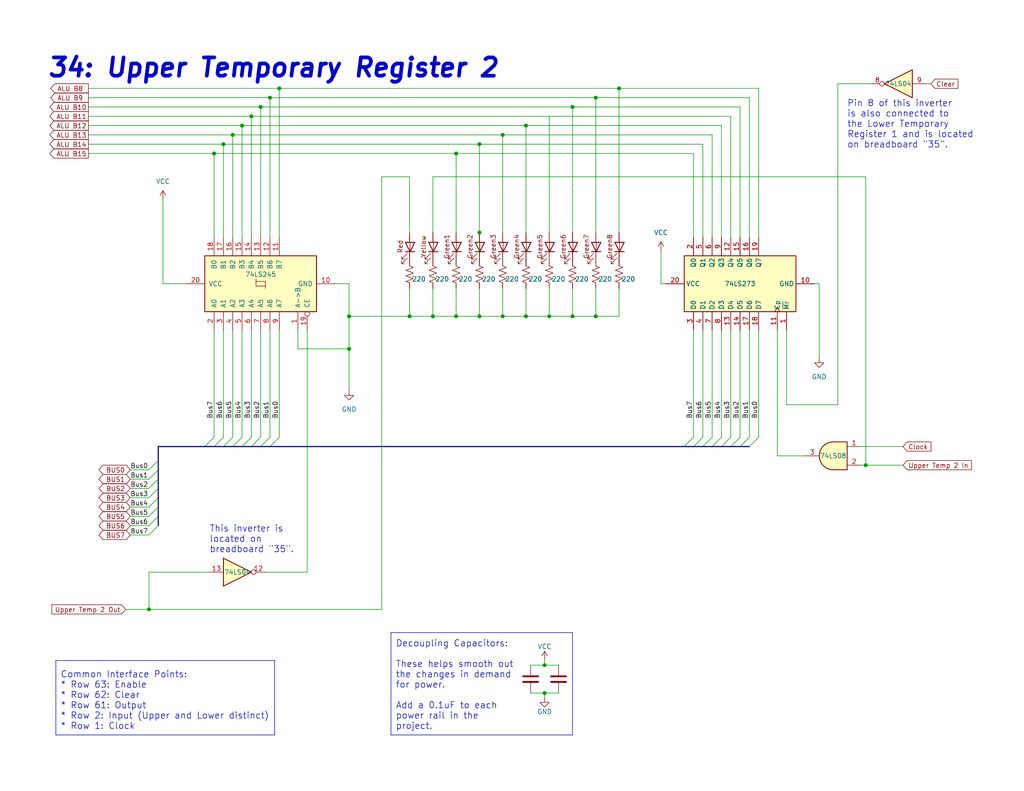
<source format=kicad_sch>
(kicad_sch (version 20211123) (generator eeschema)
  (paper "USLetter")
  (title_block (title "34: Upper Temporary Register 2") (date "2022-02-21") (rev "1.1") (comment 1 "74LS04 is located on board \"35\" and shared with this board") (comment 2 "74LS08 is located on this board and shared with borad \"35\"") (comment 3 "The board for this schematic is located in Column 3") (comment 4 "The board for this schematic is located in Row 4"))
  (lib_symbols
    (symbol "74xx:74LS04"
      (property "Reference" "U" (at 0 1.27 0))
      (property "Value" "74LS04" (at 0 -1.27 0))
      (symbol "74LS04_1_0"
        (polyline (pts (xy -3.81 3.81) (xy -3.81 -3.81) (xy 3.81 0) (xy -3.81 3.81)) (stroke (width 0.254)) (fill (type background)))
        (pin input line (at -7.62 0 0) (length 3.81) (name "~") (number "1"))
        (pin output inverted (at 7.62 0 180) (length 3.81) (name "~") (number "2"))
      )
      (symbol "74LS04_2_0"
        (polyline (pts (xy -3.81 3.81) (xy -3.81 -3.81) (xy 3.81 0) (xy -3.81 3.81)) (stroke (width 0.254)) (fill (type background)))
        (pin input line (at -7.62 0 0) (length 3.81) (name "~") (number "3"))
        (pin output inverted (at 7.62 0 180) (length 3.81) (name "~") (number "4"))
      )
      (symbol "74LS04_3_0"
        (polyline (pts (xy -3.81 3.81) (xy -3.81 -3.81) (xy 3.81 0) (xy -3.81 3.81)) (stroke (width 0.254)) (fill (type background)))
        (pin input line (at -7.62 0 0) (length 3.81) (name "~") (number "5"))
        (pin output inverted (at 7.62 0 180) (length 3.81) (name "~") (number "6"))
      )
      (symbol "74LS04_4_0"
        (polyline (pts (xy -3.81 3.81) (xy -3.81 -3.81) (xy 3.81 0) (xy -3.81 3.81)) (stroke (width 0.254)) (fill (type background)))
        (pin output inverted (at 7.62 0 180) (length 3.81) (name "~") (number "8"))
        (pin input line (at -7.62 0 0) (length 3.81) (name "~") (number "9"))
      )
      (symbol "74LS04_5_0"
        (polyline (pts (xy -3.81 3.81) (xy -3.81 -3.81) (xy 3.81 0) (xy -3.81 3.81)) (stroke (width 0.254)) (fill (type background)))
        (pin output inverted (at 7.62 0 180) (length 3.81) (name "~") (number "10"))
        (pin input line (at -7.62 0 0) (length 3.81) (name "~") (number "11"))
      )
      (symbol "74LS04_6_0"
        (polyline (pts (xy -3.81 3.81) (xy -3.81 -3.81) (xy 3.81 0) (xy -3.81 3.81)) (stroke (width 0.254)) (fill (type background)))
        (pin output inverted (at 7.62 0 180) (length 3.81) (name "~") (number "12"))
        (pin input line (at -7.62 0 0) (length 3.81) (name "~") (number "13"))
      )
      (symbol "74LS04_7_0"
        (pin power_in line (at 0 12.7 270) (length 5.08) (name "VCC") (number "14"))
        (pin power_in line (at 0 -12.7 90) (length 5.08) (name "GND") (number "7"))
      )
      (symbol "74LS04_7_1"
        (rectangle (start -5.08 7.62) (end 5.08 -7.62) (stroke (width 0.254)) (fill (type background)))
      )
    )
    (symbol "74xx:74LS08" (pin_names (offset 1.016))
      (property "Reference" "U" (at 0 1.27 0))
      (property "Value" "74LS08" (at 0 -1.27 0))
      (symbol "74LS08_1_1"
        (arc (start 0 -3.81) (mid 3.81 0) (end 0 3.81) (stroke (width 0.254)) (fill (type background)))
        (polyline (pts (xy 0 3.81) (xy -3.81 3.81) (xy -3.81 -3.81) (xy 0 -3.81)) (stroke (width 0.254)) (fill (type background)))
        (pin input line (at -7.62 2.54 0) (length 3.81) (name "~") (number "1"))
        (pin input line (at -7.62 -2.54 0) (length 3.81) (name "~") (number "2"))
        (pin output line (at 7.62 0 180) (length 3.81) (name "~") (number "3"))
      )
      (symbol "74LS08_1_2"
        (arc (start -3.81 -3.81) (mid -2.589 0) (end -3.81 3.81) (stroke (width 0.254)))
        (arc (start -0.6096 -3.81) (mid 2.1855 -2.584) (end 3.81 0) (stroke (width 0.254)) (fill (type background)))
        (polyline (pts (xy -3.81 -3.81) (xy -0.635 -3.81)) (stroke (width 0.254)) (fill (type background)))
        (polyline (pts (xy -3.81 3.81) (xy -0.635 3.81)) (stroke (width 0.254)) (fill (type background)))
        (polyline (pts (xy -0.635 3.81) (xy -3.81 3.81) (xy -3.81 3.81) (xy -3.556 3.4036) (xy -3.0226 2.2606) (xy -2.6924 1.0414) (xy -2.6162 -0.254) (xy -2.7686 -1.4986) (xy -3.175 -2.7178) (xy -3.81 -3.81) (xy -3.81 -3.81) (xy -0.635 -3.81)) (stroke (width -25.4)) (fill (type background)))
        (arc (start 3.81 0) (mid 2.1928 2.5925) (end -0.6096 3.81) (stroke (width 0.254)) (fill (type background)))
        (pin input inverted (at -7.62 2.54 0) (length 4.318) (name "~") (number "1"))
        (pin input inverted (at -7.62 -2.54 0) (length 4.318) (name "~") (number "2"))
        (pin output inverted (at 7.62 0 180) (length 3.81) (name "~") (number "3"))
      )
      (symbol "74LS08_2_1"
        (arc (start 0 -3.81) (mid 3.81 0) (end 0 3.81) (stroke (width 0.254)) (fill (type background)))
        (polyline (pts (xy 0 3.81) (xy -3.81 3.81) (xy -3.81 -3.81) (xy 0 -3.81)) (stroke (width 0.254)) (fill (type background)))
        (pin input line (at -7.62 2.54 0) (length 3.81) (name "~") (number "4"))
        (pin input line (at -7.62 -2.54 0) (length 3.81) (name "~") (number "5"))
        (pin output line (at 7.62 0 180) (length 3.81) (name "~") (number "6"))
      )
      (symbol "74LS08_2_2"
        (arc (start -3.81 -3.81) (mid -2.589 0) (end -3.81 3.81) (stroke (width 0.254)))
        (arc (start -0.6096 -3.81) (mid 2.1855 -2.584) (end 3.81 0) (stroke (width 0.254)) (fill (type background)))
        (polyline (pts (xy -3.81 -3.81) (xy -0.635 -3.81)) (stroke (width 0.254)) (fill (type background)))
        (polyline (pts (xy -3.81 3.81) (xy -0.635 3.81)) (stroke (width 0.254)) (fill (type background)))
        (polyline (pts (xy -0.635 3.81) (xy -3.81 3.81) (xy -3.81 3.81) (xy -3.556 3.4036) (xy -3.0226 2.2606) (xy -2.6924 1.0414) (xy -2.6162 -0.254) (xy -2.7686 -1.4986) (xy -3.175 -2.7178) (xy -3.81 -3.81) (xy -3.81 -3.81) (xy -0.635 -3.81)) (stroke (width -25.4)) (fill (type background)))
        (arc (start 3.81 0) (mid 2.1928 2.5925) (end -0.6096 3.81) (stroke (width 0.254)) (fill (type background)))
        (pin input inverted (at -7.62 2.54 0) (length 4.318) (name "~") (number "4"))
        (pin input inverted (at -7.62 -2.54 0) (length 4.318) (name "~") (number "5"))
        (pin output inverted (at 7.62 0 180) (length 3.81) (name "~") (number "6"))
      )
      (symbol "74LS08_3_1"
        (arc (start 0 -3.81) (mid 3.81 0) (end 0 3.81) (stroke (width 0.254)) (fill (type background)))
        (polyline (pts (xy 0 3.81) (xy -3.81 3.81) (xy -3.81 -3.81) (xy 0 -3.81)) (stroke (width 0.254)) (fill (type background)))
        (pin input line (at -7.62 -2.54 0) (length 3.81) (name "~") (number "10"))
        (pin output line (at 7.62 0 180) (length 3.81) (name "~") (number "8"))
        (pin input line (at -7.62 2.54 0) (length 3.81) (name "~") (number "9"))
      )
      (symbol "74LS08_3_2"
        (arc (start -3.81 -3.81) (mid -2.589 0) (end -3.81 3.81) (stroke (width 0.254)))
        (arc (start -0.6096 -3.81) (mid 2.1855 -2.584) (end 3.81 0) (stroke (width 0.254)) (fill (type background)))
        (polyline (pts (xy -3.81 -3.81) (xy -0.635 -3.81)) (stroke (width 0.254)) (fill (type background)))
        (polyline (pts (xy -3.81 3.81) (xy -0.635 3.81)) (stroke (width 0.254)) (fill (type background)))
        (polyline (pts (xy -0.635 3.81) (xy -3.81 3.81) (xy -3.81 3.81) (xy -3.556 3.4036) (xy -3.0226 2.2606) (xy -2.6924 1.0414) (xy -2.6162 -0.254) (xy -2.7686 -1.4986) (xy -3.175 -2.7178) (xy -3.81 -3.81) (xy -3.81 -3.81) (xy -0.635 -3.81)) (stroke (width -25.4)) (fill (type background)))
        (arc (start 3.81 0) (mid 2.1928 2.5925) (end -0.6096 3.81) (stroke (width 0.254)) (fill (type background)))
        (pin input inverted (at -7.62 -2.54 0) (length 4.318) (name "~") (number "10"))
        (pin output inverted (at 7.62 0 180) (length 3.81) (name "~") (number "8"))
        (pin input inverted (at -7.62 2.54 0) (length 4.318) (name "~") (number "9"))
      )
      (symbol "74LS08_4_1"
        (arc (start 0 -3.81) (mid 3.81 0) (end 0 3.81) (stroke (width 0.254)) (fill (type background)))
        (polyline (pts (xy 0 3.81) (xy -3.81 3.81) (xy -3.81 -3.81) (xy 0 -3.81)) (stroke (width 0.254)) (fill (type background)))
        (pin output line (at 7.62 0 180) (length 3.81) (name "~") (number "11"))
        (pin input line (at -7.62 2.54 0) (length 3.81) (name "~") (number "12"))
        (pin input line (at -7.62 -2.54 0) (length 3.81) (name "~") (number "13"))
      )
      (symbol "74LS08_4_2"
        (arc (start -3.81 -3.81) (mid -2.589 0) (end -3.81 3.81) (stroke (width 0.254)))
        (arc (start -0.6096 -3.81) (mid 2.1855 -2.584) (end 3.81 0) (stroke (width 0.254)) (fill (type background)))
        (polyline (pts (xy -3.81 -3.81) (xy -0.635 -3.81)) (stroke (width 0.254)) (fill (type background)))
        (polyline (pts (xy -3.81 3.81) (xy -0.635 3.81)) (stroke (width 0.254)) (fill (type background)))
        (polyline (pts (xy -0.635 3.81) (xy -3.81 3.81) (xy -3.81 3.81) (xy -3.556 3.4036) (xy -3.0226 2.2606) (xy -2.6924 1.0414) (xy -2.6162 -0.254) (xy -2.7686 -1.4986) (xy -3.175 -2.7178) (xy -3.81 -3.81) (xy -3.81 -3.81) (xy -0.635 -3.81)) (stroke (width -25.4)) (fill (type background)))
        (arc (start 3.81 0) (mid 2.1928 2.5925) (end -0.6096 3.81) (stroke (width 0.254)) (fill (type background)))
        (pin output inverted (at 7.62 0 180) (length 3.81) (name "~") (number "11"))
        (pin input inverted (at -7.62 2.54 0) (length 4.318) (name "~") (number "12"))
        (pin input inverted (at -7.62 -2.54 0) (length 4.318) (name "~") (number "13"))
      )
      (symbol "74LS08_5_0"
        (pin power_in line (at 0 12.7 270) (length 5.08) (name "VCC") (number "14"))
        (pin power_in line (at 0 -12.7 90) (length 5.08) (name "GND") (number "7"))
      )
      (symbol "74LS08_5_1"
        (rectangle (start -5.08 7.62) (end 5.08 -7.62) (stroke (width 0.254)) (fill (type background)))
      )
    )
    (symbol "74xx:74LS245" (pin_names (offset 1.016))
      (property "Reference" "U" (at -7.62 16.51 0))
      (property "Value" "74LS245" (at -7.62 -16.51 0))
      (symbol "74LS245_1_0"
        (polyline (pts (xy -0.635 -1.27) (xy -0.635 1.27) (xy 0.635 1.27)))
        (polyline (pts (xy -1.27 -1.27) (xy 0.635 -1.27) (xy 0.635 1.27) (xy 1.27 1.27)))
        (pin input line (at -12.7 -10.16 0) (length 5.08) (name "A->B") (number "1"))
        (pin power_in line (at 0 -20.32 90) (length 5.08) (name "GND") (number "10"))
        (pin tri_state line (at 12.7 -5.08 180) (length 5.08) (name "B7") (number "11"))
        (pin tri_state line (at 12.7 -2.54 180) (length 5.08) (name "B6") (number "12"))
        (pin tri_state line (at 12.7 0 180) (length 5.08) (name "B5") (number "13"))
        (pin tri_state line (at 12.7 2.54 180) (length 5.08) (name "B4") (number "14"))
        (pin tri_state line (at 12.7 5.08 180) (length 5.08) (name "B3") (number "15"))
        (pin tri_state line (at 12.7 7.62 180) (length 5.08) (name "B2") (number "16"))
        (pin tri_state line (at 12.7 10.16 180) (length 5.08) (name "B1") (number "17"))
        (pin tri_state line (at 12.7 12.7 180) (length 5.08) (name "B0") (number "18"))
        (pin input inverted (at -12.7 -12.7 0) (length 5.08) (name "CE") (number "19"))
        (pin tri_state line (at -12.7 12.7 0) (length 5.08) (name "A0") (number "2"))
        (pin power_in line (at 0 20.32 270) (length 5.08) (name "VCC") (number "20"))
        (pin tri_state line (at -12.7 10.16 0) (length 5.08) (name "A1") (number "3"))
        (pin tri_state line (at -12.7 7.62 0) (length 5.08) (name "A2") (number "4"))
        (pin tri_state line (at -12.7 5.08 0) (length 5.08) (name "A3") (number "5"))
        (pin tri_state line (at -12.7 2.54 0) (length 5.08) (name "A4") (number "6"))
        (pin tri_state line (at -12.7 0 0) (length 5.08) (name "A5") (number "7"))
        (pin tri_state line (at -12.7 -2.54 0) (length 5.08) (name "A6") (number "8"))
        (pin tri_state line (at -12.7 -5.08 0) (length 5.08) (name "A7") (number "9"))
      )
      (symbol "74LS245_1_1"
        (rectangle (start -7.62 15.24) (end 7.62 -15.24) (stroke (width 0.254)) (fill (type background)))
      )
    )
    (symbol "74xx:74LS273"
      (property "Reference" "U" (at -7.62 16.51 0))
      (property "Value" "74LS273" (at -7.62 -16.51 0))
      (symbol "74LS273_1_0"
        (pin input line (at -12.7 -12.7 0) (length 5.08) (name "~{Mr}") (number "1"))
        (pin power_in line (at 0 -20.32 90) (length 5.08) (name "GND") (number "10"))
        (pin input clock (at -12.7 -10.16 0) (length 5.08) (name "Cp") (number "11"))
        (pin output line (at 12.7 2.54 180) (length 5.08) (name "Q4") (number "12"))
        (pin input line (at -12.7 2.54 0) (length 5.08) (name "D4") (number "13"))
        (pin input line (at -12.7 0 0) (length 5.08) (name "D5") (number "14"))
        (pin output line (at 12.7 0 180) (length 5.08) (name "Q5") (number "15"))
        (pin output line (at 12.7 -2.54 180) (length 5.08) (name "Q6") (number "16"))
        (pin input line (at -12.7 -2.54 0) (length 5.08) (name "D6") (number "17"))
        (pin input line (at -12.7 -5.08 0) (length 5.08) (name "D7") (number "18"))
        (pin output line (at 12.7 -5.08 180) (length 5.08) (name "Q7") (number "19"))
        (pin output line (at 12.7 12.7 180) (length 5.08) (name "Q0") (number "2"))
        (pin power_in line (at 0 20.32 270) (length 5.08) (name "VCC") (number "20"))
        (pin input line (at -12.7 12.7 0) (length 5.08) (name "D0") (number "3"))
        (pin input line (at -12.7 10.16 0) (length 5.08) (name "D1") (number "4"))
        (pin output line (at 12.7 10.16 180) (length 5.08) (name "Q1") (number "5"))
        (pin output line (at 12.7 7.62 180) (length 5.08) (name "Q2") (number "6"))
        (pin input line (at -12.7 7.62 0) (length 5.08) (name "D2") (number "7"))
        (pin input line (at -12.7 5.08 0) (length 5.08) (name "D3") (number "8"))
        (pin output line (at 12.7 5.08 180) (length 5.08) (name "Q3") (number "9"))
      )
      (symbol "74LS273_1_1"
        (rectangle (start -7.62 15.24) (end 7.62 -15.24) (stroke (width 0.254)) (fill (type background)))
      )
    )
    (symbol "Device:C" (pin_numbers hide) (pin_names (offset 0.254))
      (property "Reference" "C" (at 0.635 2.54 0))
      (property "Value" "C" (at 0.635 -2.54 0))
      (symbol "C_0_1"
        (polyline (pts (xy -2.032 -0.762) (xy 2.032 -0.762)) (stroke (width 0.508)))
        (polyline (pts (xy -2.032 0.762) (xy 2.032 0.762)) (stroke (width 0.508)))
      )
      (symbol "C_1_1"
        (pin passive line (at 0 3.81 270) (length 2.794) (name "~") (number "1"))
        (pin passive line (at 0 -3.81 90) (length 2.794) (name "~") (number "2"))
      )
    )
    (symbol "Device:R_US" (pin_numbers hide) (pin_names (offset 0))
      (property "Reference" "R" (at 2.54 0 90))
      (property "Value" "R_US" (at -2.54 0 90))
      (symbol "R_US_0_1"
        (polyline (pts (xy 0 -2.286) (xy 0 -2.54)))
        (polyline (pts (xy 0 2.286) (xy 0 2.54)))
        (polyline (pts (xy 0 -0.762) (xy 1.016 -1.143) (xy 0 -1.524) (xy -1.016 -1.905) (xy 0 -2.286)))
        (polyline (pts (xy 0 0.762) (xy 1.016 0.381) (xy 0 0) (xy -1.016 -0.381) (xy 0 -0.762)))
        (polyline (pts (xy 0 2.286) (xy 1.016 1.905) (xy 0 1.524) (xy -1.016 1.143) (xy 0 0.762)))
      )
      (symbol "R_US_1_1"
        (pin passive line (at 0 3.81 270) (length 1.27) (name "~") (number "1"))
        (pin passive line (at 0 -3.81 90) (length 1.27) (name "~") (number "2"))
      )
    )
    (symbol "SB1R1Y8G:SB1R1Y8G_LED"
      (symbol "SB1R1Y8G_LED_0_0"
        (text "" (at 0.635 0 900) (effects (font (size 1.27 1.27))))
        (text "" (at 1.27 -15.24 0) (effects (font (size 1.27 1.27))))
      )
      (symbol "SB1R1Y8G_LED_0_1"
        (polyline (pts (xy -1.397 -0.127) (xy 1.143 -0.127)))
        (polyline (pts (xy -1.397 1.143) (xy -1.397 -1.397)) (stroke (width 0.254)))
        (polyline (pts (xy 1.143 1.143) (xy 1.143 -1.397) (xy -1.397 -0.127) (xy 1.143 1.143)) (stroke (width 0.254)))
        (polyline (pts (xy -3.175 0.635) (xy -4.699 2.159) (xy -3.937 2.159) (xy -4.699 2.159) (xy -4.699 1.397)))
        (polyline (pts (xy -1.905 0.635) (xy -3.429 2.159) (xy -2.667 2.159) (xy -3.429 2.159) (xy -3.429 1.397)))
      )
      (symbol "SB1R1Y8G_LED_1_0"
        (text "Red" (at 0 2.54 0) (effects (font (size 1.27 1.27))))
      )
      (symbol "SB1R1Y8G_LED_1_1"
        (pin passive line (at -3.81 0 0) (length 2.54) (name "") (number "1"))
        (pin passive line (at 3.81 0 180) (length 2.54) (name "") (number "11"))
      )
      (symbol "SB1R1Y8G_LED_2_0"
        (text "Yellow" (at 0 2.54 0) (effects (font (size 1.27 1.27))))
      )
      (symbol "SB1R1Y8G_LED_2_1"
        (pin passive line (at 3.81 0 180) (length 2.54) (name "") (number "12"))
        (pin passive line (at -3.81 0 0) (length 2.54) (name "") (number "2"))
      )
      (symbol "SB1R1Y8G_LED_3_0"
        (text "Green1" (at 0 2.54 0) (effects (font (size 1.27 1.27))))
      )
      (symbol "SB1R1Y8G_LED_3_1"
        (pin passive line (at 3.81 0 180) (length 2.54) (name "") (number "13"))
        (pin passive line (at -3.81 0 0) (length 2.54) (name "") (number "3"))
      )
      (symbol "SB1R1Y8G_LED_4_0"
        (text "Green2" (at 0 2.54 0) (effects (font (size 1.27 1.27))))
      )
      (symbol "SB1R1Y8G_LED_4_1"
        (pin passive line (at 3.81 0 180) (length 2.54) (name "") (number "14"))
        (pin passive line (at -3.81 0 0) (length 2.54) (name "") (number "4"))
      )
      (symbol "SB1R1Y8G_LED_5_0"
        (text "Green3" (at 0 2.54 0) (effects (font (size 1.27 1.27))))
      )
      (symbol "SB1R1Y8G_LED_5_1"
        (pin passive line (at 3.81 0 180) (length 2.54) (name "") (number "15"))
        (pin passive line (at -3.81 0 0) (length 2.54) (name "") (number "5"))
      )
      (symbol "SB1R1Y8G_LED_6_0"
        (text "Green4" (at 0 2.54 0) (effects (font (size 1.27 1.27))))
      )
      (symbol "SB1R1Y8G_LED_6_1"
        (pin passive line (at 3.81 0 180) (length 2.54) (name "") (number "16"))
        (pin passive line (at -3.81 0 0) (length 2.54) (name "") (number "6"))
      )
      (symbol "SB1R1Y8G_LED_7_0"
        (text "Green5" (at 0 2.54 0) (effects (font (size 1.27 1.27))))
      )
      (symbol "SB1R1Y8G_LED_7_1"
        (pin passive line (at 3.81 0 180) (length 2.54) (name "") (number "17"))
        (pin passive line (at -3.81 0 0) (length 2.54) (name "") (number "7"))
      )
      (symbol "SB1R1Y8G_LED_8_0"
        (text "Green6" (at 0 2.54 0) (effects (font (size 1.27 1.27))))
      )
      (symbol "SB1R1Y8G_LED_8_1"
        (pin passive line (at 3.81 0 180) (length 2.54) (name "") (number "18"))
        (pin passive line (at -3.81 0 0) (length 2.54) (name "") (number "8"))
      )
      (symbol "SB1R1Y8G_LED_9_0"
        (text "Green7" (at 0 2.54 0) (effects (font (size 1.27 1.27))))
      )
      (symbol "SB1R1Y8G_LED_9_1"
        (pin passive line (at 3.81 0 180) (length 2.54) (name "") (number "19"))
        (pin passive line (at -3.81 0 0) (length 2.54) (name "") (number "9"))
      )
      (symbol "SB1R1Y8G_LED_10_0"
        (text "Green8" (at 0 2.54 0) (effects (font (size 1.27 1.27))))
      )
      (symbol "SB1R1Y8G_LED_10_1"
        (pin passive line (at 3.81 0 180) (length 2.54) (name "") (number "10"))
        (pin passive line (at -3.81 0 0) (length 2.54) (name "") (number "20"))
      )
    )
    (symbol "power:GND" (power) (pin_names (offset 0))
      (property "Value" "GND" (at 0 -3.81 0))
      (symbol "GND_0_1"
        (polyline (pts (xy 0 0) (xy 0 -1.27) (xy 1.27 -1.27) (xy 0 -2.54) (xy -1.27 -1.27) (xy 0 -1.27)))
      )
      (symbol "GND_1_1"
        (pin power_in line (at 0 0 270) (length 0) hide (name "GND") (number "1"))
      )
    )
    (symbol "power:VCC" (power) (pin_names (offset 0))
      (property "Value" "VCC" (at 0 3.81 0))
      (symbol "VCC_0_1"
        (polyline (pts (xy -0.762 1.27) (xy 0 2.54)))
        (polyline (pts (xy 0 0) (xy 0 2.54)))
        (polyline (pts (xy 0 2.54) (xy 0.762 1.27)))
      )
      (symbol "VCC_1_1"
        (pin power_in line (at 0 0 90) (length 0) hide (name "VCC") (number "1"))
      )
    )
  )
  (junction (at 60.96 39.37))
  (junction (at 148.59 189.23))
  (junction (at 124.46 41.91))
  (junction (at 68.58 31.75))
  (junction (at 71.12 29.21))
  (junction (at 156.21 86.36))
  (junction (at 156.21 29.21))
  (junction (at 66.04 34.29))
  (junction (at 148.59 181.61))
  (junction (at 137.16 36.83))
  (junction (at 40.64 166.37))
  (junction (at 162.56 26.67))
  (junction (at 236.22 127))
  (junction (at 130.81 63.5))
  (junction (at 73.66 26.67))
  (junction (at 130.81 86.36))
  (junction (at 111.76 86.36))
  (junction (at 143.51 86.36))
  (junction (at 95.25 95.25))
  (junction (at 130.81 39.37))
  (junction (at 137.16 86.36))
  (junction (at 76.2 24.13))
  (junction (at 124.46 86.36))
  (junction (at 143.51 34.29))
  (junction (at 95.25 86.36))
  (junction (at 118.11 86.36))
  (junction (at 149.86 86.36))
  (junction (at 168.91 24.13))
  (junction (at 162.56 86.36))
  (junction (at 58.42 41.91))
  (junction (at 63.5 36.83))
  (bus_entry (at 63.5 119.38) (size -2.54 2.54))
  (bus_entry (at 73.66 119.38) (size -2.54 2.54))
  (bus_entry (at 68.58 119.38) (size -2.54 2.54))
  (bus_entry (at 71.12 119.38) (size -2.54 2.54))
  (bus_entry (at 66.04 119.38) (size -2.54 2.54))
  (bus_entry (at 60.96 119.38) (size -2.54 2.54))
  (bus_entry (at 58.42 119.38) (size -2.54 2.54))
  (bus_entry (at 76.2 119.38) (size -2.54 2.54))
  (bus_entry (at 40.64 143.51) (size 2.54 -2.54))
  (bus_entry (at 40.64 140.97) (size 2.54 -2.54))
  (bus_entry (at 40.64 133.35) (size 2.54 -2.54))
  (bus_entry (at 189.23 119.38) (size -2.54 2.54))
  (bus_entry (at 199.39 119.38) (size -2.54 2.54))
  (bus_entry (at 40.64 146.05) (size 2.54 -2.54))
  (bus_entry (at 194.31 119.38) (size -2.54 2.54))
  (bus_entry (at 40.64 128.27) (size 2.54 -2.54))
  (bus_entry (at 40.64 138.43) (size 2.54 -2.54))
  (bus_entry (at 201.93 119.38) (size -2.54 2.54))
  (bus_entry (at 40.64 130.81) (size 2.54 -2.54))
  (bus_entry (at 207.01 119.38) (size -2.54 2.54))
  (bus_entry (at 40.64 135.89) (size 2.54 -2.54))
  (bus_entry (at 191.77 119.38) (size -2.54 2.54))
  (bus_entry (at 204.47 119.38) (size -2.54 2.54))
  (bus_entry (at 196.85 119.38) (size -2.54 2.54))
  (wire (pts (xy 130.81 86.36) (xy 124.46 86.36)))
  (bus (pts (xy 186.69 121.92) (xy 189.23 121.92)))
  (wire (pts (xy 35.56 140.97) (xy 40.64 140.97)))
  (wire (pts (xy 199.39 90.17) (xy 199.39 119.38)))
  (bus (pts (xy 43.18 121.92) (xy 43.18 125.73)))
  (wire (pts (xy 66.04 34.29) (xy 66.04 64.77)))
  (wire (pts (xy 60.96 39.37) (xy 60.96 64.77)))
  (wire (pts (xy 137.16 36.83) (xy 63.5 36.83)))
  (wire (pts (xy 66.04 90.17) (xy 66.04 119.38)))
  (bus (pts (xy 194.31 121.92) (xy 196.85 121.92)))
  (wire (pts (xy 40.64 156.21) (xy 40.64 166.37)))
  (wire (pts (xy 207.01 24.13) (xy 168.91 24.13)))
  (wire (pts (xy 95.25 95.25) (xy 95.25 106.68)))
  (wire (pts (xy 168.91 86.36) (xy 162.56 86.36)))
  (wire (pts (xy 201.93 64.77) (xy 201.93 29.21)))
  (wire (pts (xy 168.91 24.13) (xy 76.2 24.13)))
  (bus (pts (xy 63.5 121.92) (xy 66.04 121.92)))
  (wire (pts (xy 236.22 127) (xy 246.38 127)))
  (wire (pts (xy 63.5 90.17) (xy 63.5 119.38)))
  (wire (pts (xy 143.51 34.29) (xy 66.04 34.29)))
  (wire (pts (xy 149.86 78.74) (xy 149.86 86.36)))
  (wire (pts (xy 35.56 130.81) (xy 40.64 130.81)))
  (wire (pts (xy 148.59 181.61) (xy 152.4 181.61)))
  (wire (pts (xy 214.63 110.49) (xy 214.63 90.17)))
  (wire (pts (xy 180.34 68.58) (xy 180.34 77.47)))
  (wire (pts (xy 73.66 90.17) (xy 73.66 119.38)))
  (wire (pts (xy 207.01 90.17) (xy 207.01 119.38)))
  (polyline (pts (xy 15.24 180.34) (xy 15.24 200.66)) (stroke (width 0) (type solid)))
  (wire (pts (xy 196.85 64.77) (xy 196.85 34.29)))
  (wire (pts (xy 234.95 121.92) (xy 246.38 121.92)))
  (wire (pts (xy 168.91 78.74) (xy 168.91 86.36)))
  (wire (pts (xy 223.52 77.47) (xy 223.52 97.79)))
  (wire (pts (xy 222.25 77.47) (xy 223.52 77.47)))
  (bus (pts (xy 73.66 121.92) (xy 186.69 121.92)))
  (bus (pts (xy 58.42 121.92) (xy 60.96 121.92)))
  (wire (pts (xy 130.81 78.74) (xy 130.81 86.36)))
  (wire (pts (xy 137.16 36.83) (xy 137.16 63.5)))
  (wire (pts (xy 191.77 39.37) (xy 130.81 39.37)))
  (wire (pts (xy 194.31 64.77) (xy 194.31 36.83)))
  (wire (pts (xy 44.45 54.61) (xy 44.45 77.47)))
  (wire (pts (xy 156.21 29.21) (xy 71.12 29.21)))
  (wire (pts (xy 24.13 36.83) (xy 63.5 36.83)))
  (wire (pts (xy 24.13 24.13) (xy 76.2 24.13)))
  (wire (pts (xy 194.31 90.17) (xy 194.31 119.38)))
  (wire (pts (xy 81.28 95.25) (xy 95.25 95.25)))
  (wire (pts (xy 35.56 138.43) (xy 40.64 138.43)))
  (wire (pts (xy 189.23 41.91) (xy 124.46 41.91)))
  (bus (pts (xy 60.96 121.92) (xy 63.5 121.92)))
  (wire (pts (xy 24.13 41.91) (xy 58.42 41.91)))
  (wire (pts (xy 148.59 189.23) (xy 152.4 189.23)))
  (wire (pts (xy 91.44 77.47) (xy 95.25 77.47)))
  (wire (pts (xy 156.21 86.36) (xy 149.86 86.36)))
  (wire (pts (xy 111.76 78.74) (xy 111.76 86.36)))
  (wire (pts (xy 68.58 31.75) (xy 68.58 64.77)))
  (bus (pts (xy 55.88 121.92) (xy 58.42 121.92)))
  (wire (pts (xy 58.42 41.91) (xy 58.42 64.77)))
  (wire (pts (xy 24.13 26.67) (xy 73.66 26.67)))
  (polyline (pts (xy 106.68 172.72) (xy 156.21 172.72)) (stroke (width 0) (type solid)))
  (wire (pts (xy 143.51 78.74) (xy 143.51 86.36)))
  (bus (pts (xy 71.12 121.92) (xy 73.66 121.92)))
  (wire (pts (xy 35.56 135.89) (xy 40.64 135.89)))
  (wire (pts (xy 234.95 127) (xy 236.22 127)))
  (wire (pts (xy 124.46 78.74) (xy 124.46 86.36)))
  (wire (pts (xy 201.93 90.17) (xy 201.93 119.38)))
  (bus (pts (xy 43.18 130.81) (xy 43.18 133.35)))
  (wire (pts (xy 156.21 78.74) (xy 156.21 86.36)))
  (wire (pts (xy 104.14 48.26) (xy 104.14 166.37)))
  (wire (pts (xy 137.16 86.36) (xy 130.81 86.36)))
  (wire (pts (xy 118.11 86.36) (xy 111.76 86.36)))
  (wire (pts (xy 148.59 189.23) (xy 148.59 190.5)))
  (wire (pts (xy 111.76 48.26) (xy 111.76 63.5)))
  (wire (pts (xy 83.82 90.17) (xy 83.82 156.21)))
  (wire (pts (xy 162.56 78.74) (xy 162.56 86.36)))
  (wire (pts (xy 201.93 29.21) (xy 156.21 29.21)))
  (polyline (pts (xy 15.24 180.34) (xy 74.93 180.34)) (stroke (width 0) (type solid)))
  (wire (pts (xy 71.12 90.17) (xy 71.12 119.38)))
  (wire (pts (xy 130.81 39.37) (xy 130.81 63.5)))
  (wire (pts (xy 148.59 180.34) (xy 148.59 181.61)))
  (wire (pts (xy 228.6 22.86) (xy 228.6 110.49)))
  (wire (pts (xy 143.51 86.36) (xy 137.16 86.36)))
  (wire (pts (xy 104.14 166.37) (xy 40.64 166.37)))
  (wire (pts (xy 60.96 90.17) (xy 60.96 119.38)))
  (bus (pts (xy 68.58 121.92) (xy 71.12 121.92)))
  (wire (pts (xy 130.81 63.5) (xy 130.81 69.85)))
  (wire (pts (xy 104.14 48.26) (xy 111.76 48.26)))
  (wire (pts (xy 156.21 29.21) (xy 156.21 63.5)))
  (wire (pts (xy 35.56 128.27) (xy 40.64 128.27)))
  (bus (pts (xy 66.04 121.92) (xy 68.58 121.92)))
  (bus (pts (xy 55.88 121.92) (xy 43.18 121.92)))
  (wire (pts (xy 162.56 86.36) (xy 156.21 86.36)))
  (wire (pts (xy 168.91 24.13) (xy 168.91 63.5)))
  (wire (pts (xy 76.2 90.17) (xy 76.2 119.38)))
  (wire (pts (xy 162.56 26.67) (xy 73.66 26.67)))
  (wire (pts (xy 180.34 77.47) (xy 181.61 77.47)))
  (wire (pts (xy 71.12 29.21) (xy 71.12 64.77)))
  (polyline (pts (xy 74.93 200.66) (xy 15.24 200.66)) (stroke (width 0) (type solid)))
  (wire (pts (xy 196.85 34.29) (xy 143.51 34.29)))
  (wire (pts (xy 130.81 39.37) (xy 60.96 39.37)))
  (wire (pts (xy 35.56 143.51) (xy 40.64 143.51)))
  (wire (pts (xy 212.09 124.46) (xy 212.09 90.17)))
  (wire (pts (xy 24.13 39.37) (xy 60.96 39.37)))
  (bus (pts (xy 43.18 133.35) (xy 43.18 135.89)))
  (wire (pts (xy 219.71 124.46) (xy 212.09 124.46)))
  (bus (pts (xy 189.23 121.92) (xy 191.77 121.92)))
  (wire (pts (xy 144.78 189.23) (xy 148.59 189.23)))
  (wire (pts (xy 24.13 34.29) (xy 66.04 34.29)))
  (wire (pts (xy 191.77 90.17) (xy 191.77 119.38)))
  (wire (pts (xy 34.29 166.37) (xy 40.64 166.37)))
  (wire (pts (xy 68.58 31.75) (xy 199.39 31.75)))
  (wire (pts (xy 68.58 90.17) (xy 68.58 119.38)))
  (wire (pts (xy 118.11 48.26) (xy 236.22 48.26)))
  (wire (pts (xy 162.56 26.67) (xy 162.56 63.5)))
  (wire (pts (xy 40.64 156.21) (xy 57.15 156.21)))
  (polyline (pts (xy 156.21 172.72) (xy 156.21 200.66)) (stroke (width 0) (type solid)))
  (wire (pts (xy 189.23 90.17) (xy 189.23 119.38)))
  (bus (pts (xy 201.93 121.92) (xy 204.47 121.92)))
  (wire (pts (xy 189.23 64.77) (xy 189.23 41.91)))
  (bus (pts (xy 43.18 128.27) (xy 43.18 130.81)))
  (bus (pts (xy 199.39 121.92) (xy 201.93 121.92)))
  (wire (pts (xy 44.45 77.47) (xy 50.8 77.47)))
  (bus (pts (xy 43.18 140.97) (xy 43.18 143.51)))
  (wire (pts (xy 149.86 86.36) (xy 143.51 86.36)))
  (wire (pts (xy 191.77 64.77) (xy 191.77 39.37)))
  (wire (pts (xy 228.6 22.86) (xy 237.49 22.86)))
  (wire (pts (xy 137.16 78.74) (xy 137.16 86.36)))
  (wire (pts (xy 83.82 156.21) (xy 72.39 156.21)))
  (wire (pts (xy 63.5 36.83) (xy 63.5 64.77)))
  (wire (pts (xy 204.47 90.17) (xy 204.47 119.38)))
  (polyline (pts (xy 106.68 172.72) (xy 106.68 200.66)) (stroke (width 0) (type solid)))
  (wire (pts (xy 81.28 90.17) (xy 81.28 95.25)))
  (wire (pts (xy 199.39 64.77) (xy 199.39 31.75)))
  (wire (pts (xy 143.51 34.29) (xy 143.51 63.5)))
  (wire (pts (xy 124.46 86.36) (xy 118.11 86.36)))
  (wire (pts (xy 35.56 133.35) (xy 40.64 133.35)))
  (wire (pts (xy 35.56 146.05) (xy 40.64 146.05)))
  (wire (pts (xy 124.46 41.91) (xy 58.42 41.91)))
  (wire (pts (xy 252.73 22.86) (xy 254 22.86)))
  (wire (pts (xy 73.66 26.67) (xy 73.66 64.77)))
  (wire (pts (xy 194.31 36.83) (xy 137.16 36.83)))
  (wire (pts (xy 24.13 31.75) (xy 68.58 31.75)))
  (bus (pts (xy 191.77 121.92) (xy 194.31 121.92)))
  (wire (pts (xy 149.86 31.75) (xy 149.86 63.5)))
  (bus (pts (xy 43.18 135.89) (xy 43.18 138.43)))
  (polyline (pts (xy 156.21 200.66) (xy 106.68 200.66)) (stroke (width 0) (type solid)))
  (wire (pts (xy 144.78 181.61) (xy 148.59 181.61)))
  (wire (pts (xy 111.76 86.36) (xy 95.25 86.36)))
  (wire (pts (xy 236.22 48.26) (xy 236.22 127)))
  (wire (pts (xy 204.47 64.77) (xy 204.47 26.67)))
  (wire (pts (xy 95.25 86.36) (xy 95.25 95.25)))
  (wire (pts (xy 95.25 77.47) (xy 95.25 86.36)))
  (wire (pts (xy 76.2 24.13) (xy 76.2 64.77)))
  (bus (pts (xy 43.18 138.43) (xy 43.18 140.97)))
  (bus (pts (xy 196.85 121.92) (xy 199.39 121.92)))
  (wire (pts (xy 204.47 26.67) (xy 162.56 26.67)))
  (wire (pts (xy 24.13 29.21) (xy 71.12 29.21)))
  (wire (pts (xy 207.01 64.77) (xy 207.01 24.13)))
  (wire (pts (xy 228.6 110.49) (xy 214.63 110.49)))
  (wire (pts (xy 58.42 90.17) (xy 58.42 119.38)))
  (polyline (pts (xy 74.93 180.34) (xy 74.93 200.66)) (stroke (width 0) (type solid)))
  (bus (pts (xy 43.18 125.73) (xy 43.18 128.27)))
  (wire (pts (xy 124.46 41.91) (xy 124.46 63.5)))
  (wire (pts (xy 118.11 63.5) (xy 118.11 48.26)))
  (wire (pts (xy 196.85 90.17) (xy 196.85 119.38)))
  (wire (pts (xy 118.11 78.74) (xy 118.11 86.36)))
  (text "This inverter is \nlocated on \nbreadboard \"35\"." (at 57.15 151.13 0) (effects (font (size 1.75 1.75)) (justify left bottom)))
  (text " 34: Upper Temporary Register 2" (at 8.89 21.59 0) (effects (font (size 5 5) (thickness 1) bold italic) (justify left bottom)))
  (text "Common Interface Points:\n* Row 63: Enable\n* Row 62: Clear\n* Row 61: Output\n* Row 2: Input (Upper and Lower distinct)\n* Row 1: Clock" (at 16.51 199.39 0) (effects (font (size 1.75 1.75)) (justify left bottom)))
  (text "Pin 8 of this inverter \nis also connected to \nthe Lower Temporary \nRegister 1 and is located \non breadboard \"35\"." (at 231.14 40.64 0) (effects (font (size 1.75 1.75)) (justify left bottom)))
  (text "Decoupling Capacitors:\n\nThese helps smooth out \nthe changes in demand \nfor power.\n\nAdd a 0.1uF to each \npower rail in the \nproject." (at 107.95 199.39 0) (effects (font (size 1.75 1.75)) (justify left bottom)))
  (label "Bus0" (at 35.56 128.27 0))
  (label "Bus5" (at 194.31 114.3 90))
  (label "Bus2" (at 71.12 114.3 90))
  (label "Bus7" (at 58.42 114.3 90))
  (label "Bus0" (at 207.01 114.3 90))
  (label "Bus6" (at 191.77 114.3 90))
  (label "Bus6" (at 60.96 114.3 90))
  (label "Bus6" (at 35.56 143.51 0))
  (label "Bus4" (at 196.85 114.3 90))
  (label "Bus3" (at 199.39 114.3 90))
  (label "Bus1" (at 73.66 114.3 90))
  (label "Bus2" (at 35.56 133.35 0))
  (label "Bus3" (at 68.58 114.3 90))
  (label "Bus3" (at 35.56 135.89 0))
  (label "Bus4" (at 35.56 138.43 0))
  (label "Bus1" (at 204.47 114.3 90))
  (label "Bus2" (at 201.93 114.3 90))
  (label "Bus4" (at 66.04 114.3 90))
  (label "Bus7" (at 35.56 146.05 0))
  (label "Bus0" (at 76.2 114.3 90))
  (label "Bus7" (at 189.23 114.3 90))
  (label "Bus5" (at 63.5 114.3 90))
  (label "Bus5" (at 35.56 140.97 0))
  (label "Bus1" (at 35.56 130.81 0))
  (global_label "Clear" (shape input) (at 254 22.86 0) (property "Intersheet References" "${INTERSHEET_REFS}" (effects hide)))
  (global_label "BUS2" (shape bidirectional) (at 35.56 133.35 180) (property "Intersheet References" "${INTERSHEET_REFS}" (effects hide)))
  (global_label "ALU B9 " (shape output) (at 24.13 26.67 180) (property "Intersheet References" "${INTERSHEET_REFS}" (effects hide)))
  (global_label "Upper Temp 2 Out" (shape input) (at 34.29 166.37 180) (property "Intersheet References" "${INTERSHEET_REFS}" (effects hide)))
  (global_label "ALU B8 " (shape output) (at 24.13 24.13 180) (property "Intersheet References" "${INTERSHEET_REFS}" (effects hide)))
  (global_label "Clock" (shape input) (at 246.38 121.92 0) (property "Intersheet References" "${INTERSHEET_REFS}" (effects hide)))
  (global_label "BUS6" (shape bidirectional) (at 35.56 143.51 180) (property "Intersheet References" "${INTERSHEET_REFS}" (effects hide)))
  (global_label "ALU B15" (shape output) (at 24.13 41.91 180) (property "Intersheet References" "${INTERSHEET_REFS}" (effects hide)))
  (global_label "BUS5" (shape bidirectional) (at 35.56 140.97 180) (property "Intersheet References" "${INTERSHEET_REFS}" (effects hide)))
  (global_label "ALU B10" (shape output) (at 24.13 29.21 180) (property "Intersheet References" "${INTERSHEET_REFS}" (effects hide)))
  (global_label "BUS3" (shape bidirectional) (at 35.56 135.89 180) (property "Intersheet References" "${INTERSHEET_REFS}" (effects hide)))
  (global_label "ALU B13" (shape output) (at 24.13 36.83 180) (property "Intersheet References" "${INTERSHEET_REFS}" (effects hide)))
  (global_label "Upper Temp 2 In" (shape input) (at 246.38 127 0) (property "Intersheet References" "${INTERSHEET_REFS}" (effects hide)))
  (global_label "ALU B14" (shape output) (at 24.13 39.37 180) (property "Intersheet References" "${INTERSHEET_REFS}" (effects hide)))
  (global_label "ALU B12" (shape output) (at 24.13 34.29 180) (property "Intersheet References" "${INTERSHEET_REFS}" (effects hide)))
  (global_label "BUS7" (shape bidirectional) (at 35.56 146.05 180) (property "Intersheet References" "${INTERSHEET_REFS}" (effects hide)))
  (global_label "ALU B11" (shape output) (at 24.13 31.75 180) (property "Intersheet References" "${INTERSHEET_REFS}" (effects hide)))
  (global_label "BUS1" (shape bidirectional) (at 35.56 130.81 180) (property "Intersheet References" "${INTERSHEET_REFS}" (effects hide)))
  (global_label "BUS0" (shape bidirectional) (at 35.56 128.27 180) (property "Intersheet References" "${INTERSHEET_REFS}" (effects hide)))
  (global_label "BUS4" (shape bidirectional) (at 35.56 138.43 180) (property "Intersheet References" "${INTERSHEET_REFS}" (effects hide)))
  (symbol (lib_id "SB1R1Y8G:SB1R1Y8G_LED") (at 149.86 67.31 90) (unit 7)
    (property "Reference" "U?" (effects hide))
    (property "Value" "SB1R1Y8G_LED" (effects hide))
  )
  (symbol (lib_id "power:VCC") (at 44.45 54.61 0) (unit 1)
    (property "Reference" "#PWR?" (effects hide))
    (property "Value" "VCC" (at 44.45 49.53 0))
  )
  (symbol (lib_id "Device:R_US") (at 149.86 74.93 0) (unit 1)
    (property "Reference" "R?" (effects hide))
    (property "Value" "220" (at 152.4 76.1999 0))
  )
  (symbol (lib_id "Device:R_US") (at 118.11 74.93 0) (unit 1)
    (property "Reference" "R?" (effects hide))
    (property "Value" "220" (at 120.65 76.1999 0))
  )
  (symbol (lib_id "Device:C") (at 144.78 185.42 0) (unit 1)
    (property "Reference" "C?" (effects hide))
    (property "Value" "0.1uF" (effects hide))
  )
  (symbol (lib_id "Device:R_US") (at 137.16 74.93 0) (unit 1)
    (property "Reference" "R?" (effects hide))
    (property "Value" "220" (at 139.7 76.1999 0))
  )
  (symbol (lib_id "Device:R_US") (at 162.56 74.93 0) (unit 1)
    (property "Reference" "R?" (effects hide))
    (property "Value" "220" (at 165.1 76.1999 0))
  )
  (symbol (lib_id "SB1R1Y8G:SB1R1Y8G_LED") (at 143.51 67.31 90) (unit 6)
    (property "Reference" "U?" (effects hide))
    (property "Value" "SB1R1Y8G_LED" (effects hide))
  )
  (symbol (lib_id "74xx:74LS245") (at 71.12 77.47 90) (unit 1)
    (property "Reference" "U?" (effects hide))
    (property "Value" "74LS245" (at 71.12 74.93 90))
    (property "Datasheet" "http://www.ti.com/lit/gpn/sn74LS245" (effects hide))
  )
  (symbol (lib_id "SB1R1Y8G:SB1R1Y8G_LED") (at 118.11 67.31 90) (unit 2)
    (property "Reference" "U?" (effects hide))
    (property "Value" "SB1R1Y8G_LED" (effects hide))
  )
  (symbol (lib_id "power:VCC") (at 148.59 180.34 0) (unit 1)
    (property "Reference" "#PWR?" (effects hide))
    (property "Value" "VCC" (at 148.59 176.53 0))
  )
  (symbol (lib_id "SB1R1Y8G:SB1R1Y8G_LED") (at 124.46 67.31 90) (unit 3)
    (property "Reference" "U?" (effects hide))
    (property "Value" "SB1R1Y8G_LED" (effects hide))
  )
  (symbol (lib_id "Device:R_US") (at 124.46 74.93 0) (unit 1)
    (property "Reference" "R?" (effects hide))
    (property "Value" "220" (at 127 76.1999 0))
  )
  (symbol (lib_id "power:VCC") (at 180.34 68.58 0) (unit 1)
    (property "Reference" "#PWR?" (effects hide))
    (property "Value" "VCC" (at 180.34 63.5 0))
  )
  (symbol (lib_id "74xx:74LS04") (at 64.77 156.21 0) (unit 6)
    (property "Reference" "U?" (effects hide))
    (property "Value" "74LS04" (at 64.77 156.21 0))
    (property "Datasheet" "http://www.ti.com/lit/gpn/sn74LS04" (effects hide))
  )
  (symbol (lib_id "Device:R_US") (at 156.21 74.93 0) (unit 1)
    (property "Reference" "R?" (effects hide))
    (property "Value" "220" (at 158.75 76.1999 0))
  )
  (symbol (lib_id "SB1R1Y8G:SB1R1Y8G_LED") (at 168.91 67.31 90) (unit 10)
    (property "Reference" "U?" (effects hide))
    (property "Value" "SB1R1Y8G_LED" (effects hide))
  )
  (symbol (lib_id "Device:R_US") (at 143.51 74.93 0) (unit 1)
    (property "Reference" "R?" (effects hide))
    (property "Value" "220" (at 146.05 76.1999 0))
  )
  (symbol (lib_id "power:GND") (at 223.52 97.79 0) (unit 1)
    (property "Reference" "#PWR?" (effects hide))
    (property "Value" "GND" (at 223.52 102.87 0))
  )
  (symbol (lib_id "Device:R_US") (at 168.91 74.93 0) (unit 1)
    (property "Reference" "R?" (effects hide))
    (property "Value" "220" (at 171.45 76.2 0))
  )
  (symbol (lib_id "SB1R1Y8G:SB1R1Y8G_LED") (at 162.56 67.31 90) (unit 9)
    (property "Reference" "U?" (effects hide))
    (property "Value" "SB1R1Y8G_LED" (effects hide))
  )
  (symbol (lib_id "power:GND") (at 148.59 190.5 0) (unit 1)
    (property "Reference" "#PWR?" (effects hide))
    (property "Value" "GND" (at 148.59 194.31 0))
  )
  (symbol (lib_id "74xx:74LS04") (at 245.11 22.86 0) (mirror y) (unit 4)
    (property "Reference" "U?" (effects hide))
    (property "Value" "74LS04" (at 245.11 22.86 0))
    (property "Datasheet" "http://www.ti.com/lit/gpn/sn74LS04" (effects hide))
  )
  (symbol (lib_id "74xx:74LS273") (at 201.93 77.47 90) (unit 1)
    (property "Reference" "U?" (effects hide))
    (property "Value" "74LS273" (at 201.93 77.47 90))
    (property "Datasheet" "http://www.ti.com/lit/gpn/sn74LS273" (effects hide))
  )
  (symbol (lib_id "SB1R1Y8G:SB1R1Y8G_LED") (at 130.81 67.31 90) (unit 4)
    (property "Reference" "U?" (effects hide))
    (property "Value" "SB1R1Y8G_LED" (effects hide))
  )
  (symbol (lib_id "74xx:74LS08") (at 227.33 124.46 0) (mirror y) (unit 1)
    (property "Reference" "U?" (effects hide))
    (property "Value" "74LS08" (at 227.33 124.46 0))
    (property "Datasheet" "http://www.ti.com/lit/gpn/sn74LS08" (effects hide))
  )
  (symbol (lib_id "power:GND") (at 95.25 106.68 0) (unit 1)
    (property "Reference" "#PWR?" (effects hide))
    (property "Value" "GND" (at 95.25 111.76 0))
  )
  (symbol (lib_id "Device:R_US") (at 130.81 74.93 0) (unit 1)
    (property "Reference" "R?" (effects hide))
    (property "Value" "220" (at 133.35 76.1999 0))
  )
  (symbol (lib_id "SB1R1Y8G:SB1R1Y8G_LED") (at 111.76 67.31 90) (unit 1)
    (property "Reference" "U?" (effects hide))
    (property "Value" "SB1R1Y8G_LED" (effects hide))
  )
  (symbol (lib_id "SB1R1Y8G:SB1R1Y8G_LED") (at 137.16 67.31 90) (unit 5)
    (property "Reference" "U?" (effects hide))
    (property "Value" "SB1R1Y8G_LED" (effects hide))
  )
  (symbol (lib_id "SB1R1Y8G:SB1R1Y8G_LED") (at 156.21 67.31 90) (unit 8)
    (property "Reference" "U?" (effects hide))
    (property "Value" "SB1R1Y8G_LED" (effects hide))
  )
  (symbol (lib_id "Device:C") (at 152.4 185.42 0) (unit 1)
    (property "Reference" "C?" (effects hide))
    (property "Value" "0.1uF" (effects hide))
  )
  (symbol (lib_id "Device:R_US") (at 111.76 74.93 0) (unit 1)
    (property "Reference" "R?" (effects hide))
    (property "Value" "220" (at 114.3 76.1999 0))
  )
)
</source>
